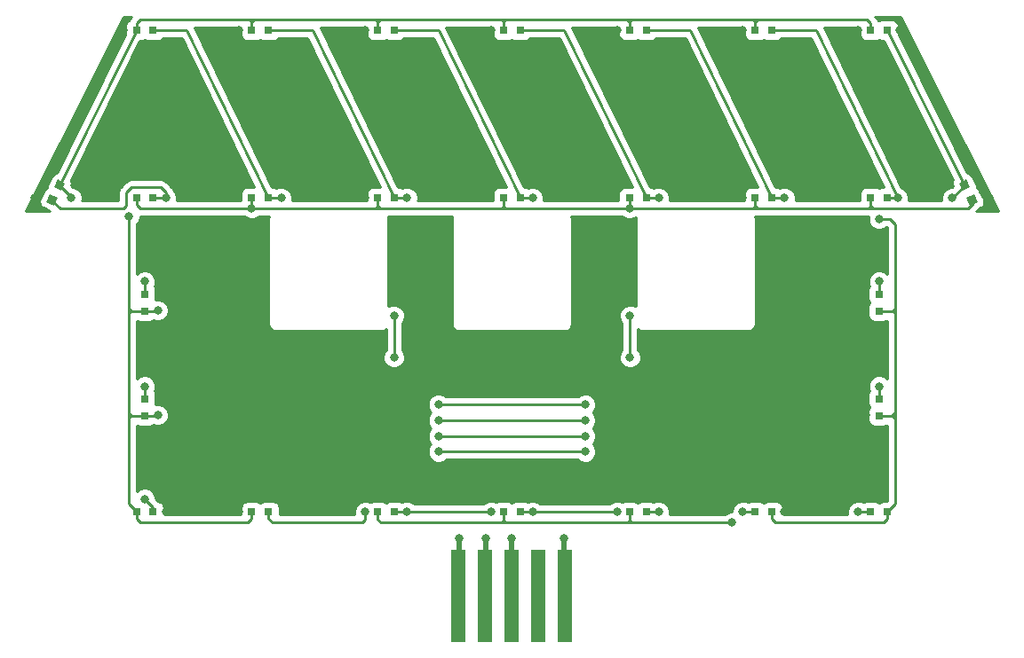
<source format=gtl>
G04 #@! TF.GenerationSoftware,KiCad,Pcbnew,(5.0.2)-1*
G04 #@! TF.CreationDate,2020-02-29T00:21:09+09:00*
G04 #@! TF.ProjectId,House,486f7573-652e-46b6-9963-61645f706362,rev?*
G04 #@! TF.SameCoordinates,Original*
G04 #@! TF.FileFunction,Copper,L1,Top*
G04 #@! TF.FilePolarity,Positive*
%FSLAX46Y46*%
G04 Gerber Fmt 4.6, Leading zero omitted, Abs format (unit mm)*
G04 Created by KiCad (PCBNEW (5.0.2)-1) date 2020/02/29 0:21:09*
%MOMM*%
%LPD*%
G01*
G04 APERTURE LIST*
G04 #@! TA.AperFunction,SMDPad,CuDef*
%ADD10R,0.800000X0.800000*%
G04 #@! TD*
G04 #@! TA.AperFunction,SMDPad,CuDef*
%ADD11C,0.800000*%
G04 #@! TD*
G04 #@! TA.AperFunction,Conductor*
%ADD12C,0.100000*%
G04 #@! TD*
G04 #@! TA.AperFunction,ConnectorPad*
%ADD13R,1.470000X8.890000*%
G04 #@! TD*
G04 #@! TA.AperFunction,ViaPad*
%ADD14C,0.800000*%
G04 #@! TD*
G04 #@! TA.AperFunction,Conductor*
%ADD15C,0.500000*%
G04 #@! TD*
G04 #@! TA.AperFunction,Conductor*
%ADD16C,0.250000*%
G04 #@! TD*
G04 #@! TA.AperFunction,Conductor*
%ADD17C,0.254000*%
G04 #@! TD*
G04 APERTURE END LIST*
D10*
G04 #@! TO.P,D13,1*
G04 #@! TO.N,Net-(D1-Pad1)*
X172300000Y-98000000D03*
G04 #@! TO.P,D13,2*
G04 #@! TO.N,Net-(D13-Pad2)*
X170700000Y-98000000D03*
G04 #@! TD*
G04 #@! TO.P,D14,2*
G04 #@! TO.N,Net-(D14-Pad2)*
X181700000Y-98000000D03*
G04 #@! TO.P,D14,1*
G04 #@! TO.N,Net-(D1-Pad1)*
X183300000Y-98000000D03*
G04 #@! TD*
G04 #@! TO.P,D15,1*
G04 #@! TO.N,Net-(D1-Pad1)*
X182500000Y-88800000D03*
G04 #@! TO.P,D15,2*
G04 #@! TO.N,Net-(D15-Pad2)*
X182500000Y-87200000D03*
G04 #@! TD*
G04 #@! TO.P,D16,2*
G04 #@! TO.N,Net-(D16-Pad2)*
X182500000Y-77200000D03*
G04 #@! TO.P,D16,1*
G04 #@! TO.N,Net-(D1-Pad1)*
X182500000Y-78800000D03*
G04 #@! TD*
G04 #@! TO.P,D17,2*
G04 #@! TO.N,Net-(D1-Pad2)*
X113300000Y-68000000D03*
G04 #@! TO.P,D17,1*
G04 #@! TO.N,Net-(D17-Pad1)*
X111700000Y-68000000D03*
G04 #@! TD*
G04 #@! TO.P,D18,1*
G04 #@! TO.N,Net-(D17-Pad1)*
X122700000Y-68000000D03*
G04 #@! TO.P,D18,2*
G04 #@! TO.N,Net-(D18-Pad2)*
X124300000Y-68000000D03*
G04 #@! TD*
G04 #@! TO.P,D19,2*
G04 #@! TO.N,Net-(D19-Pad2)*
X136300000Y-68000000D03*
G04 #@! TO.P,D19,1*
G04 #@! TO.N,Net-(D17-Pad1)*
X134700000Y-68000000D03*
G04 #@! TD*
G04 #@! TO.P,D20,1*
G04 #@! TO.N,Net-(D17-Pad1)*
X146700000Y-68000000D03*
G04 #@! TO.P,D20,2*
G04 #@! TO.N,Net-(D20-Pad2)*
X148300000Y-68000000D03*
G04 #@! TD*
G04 #@! TO.P,D21,2*
G04 #@! TO.N,Net-(D21-Pad2)*
X160300000Y-68000000D03*
G04 #@! TO.P,D21,1*
G04 #@! TO.N,Net-(D17-Pad1)*
X158700000Y-68000000D03*
G04 #@! TD*
G04 #@! TO.P,D22,1*
G04 #@! TO.N,Net-(D17-Pad1)*
X170700000Y-68000000D03*
G04 #@! TO.P,D22,2*
G04 #@! TO.N,Net-(D22-Pad2)*
X172300000Y-68000000D03*
G04 #@! TD*
G04 #@! TO.P,D23,2*
G04 #@! TO.N,Net-(D23-Pad2)*
X183300000Y-68000000D03*
G04 #@! TO.P,D23,1*
G04 #@! TO.N,Net-(D17-Pad1)*
X181700000Y-68000000D03*
G04 #@! TD*
D11*
G04 #@! TO.P,D24,1*
G04 #@! TO.N,Net-(D17-Pad1)*
X191358207Y-68215323D03*
D12*
G04 #@! TD*
G04 #@! TO.N,Net-(D17-Pad1)*
G04 #@! TO.C,D24*
G36*
X191894972Y-68393881D02*
X191179649Y-68752088D01*
X190821442Y-68036765D01*
X191536765Y-67678558D01*
X191894972Y-68393881D01*
X191894972Y-68393881D01*
G37*
D11*
G04 #@! TO.P,D24,2*
G04 #@! TO.N,Net-(D24-Pad2)*
X190641793Y-66784677D03*
D12*
G04 #@! TD*
G04 #@! TO.N,Net-(D24-Pad2)*
G04 #@! TO.C,D24*
G36*
X191178558Y-66963235D02*
X190463235Y-67321442D01*
X190105028Y-66606119D01*
X190820351Y-66247912D01*
X191178558Y-66963235D01*
X191178558Y-66963235D01*
G37*
D10*
G04 #@! TO.P,D25,2*
G04 #@! TO.N,Net-(D25-Pad2)*
X136300000Y-98000000D03*
G04 #@! TO.P,D25,1*
G04 #@! TO.N,Net-(D17-Pad1)*
X134700000Y-98000000D03*
G04 #@! TD*
G04 #@! TO.P,D26,1*
G04 #@! TO.N,Net-(D17-Pad1)*
X146700000Y-98000000D03*
G04 #@! TO.P,D26,2*
G04 #@! TO.N,Net-(D10-Pad2)*
X148300000Y-98000000D03*
G04 #@! TD*
G04 #@! TO.P,D27,1*
G04 #@! TO.N,Net-(D17-Pad1)*
X158700000Y-98000000D03*
G04 #@! TO.P,D27,2*
G04 #@! TO.N,Net-(D11-Pad2)*
X160300000Y-98000000D03*
G04 #@! TD*
D11*
G04 #@! TO.P,D1,1*
G04 #@! TO.N,Net-(D1-Pad1)*
X104358207Y-66784677D03*
D12*
G04 #@! TD*
G04 #@! TO.N,Net-(D1-Pad1)*
G04 #@! TO.C,D1*
G36*
X104179649Y-66247912D02*
X104894972Y-66606119D01*
X104536765Y-67321442D01*
X103821442Y-66963235D01*
X104179649Y-66247912D01*
X104179649Y-66247912D01*
G37*
D11*
G04 #@! TO.P,D1,2*
G04 #@! TO.N,Net-(D1-Pad2)*
X103641793Y-68215323D03*
D12*
G04 #@! TD*
G04 #@! TO.N,Net-(D1-Pad2)*
G04 #@! TO.C,D1*
G36*
X103463235Y-67678558D02*
X104178558Y-68036765D01*
X103820351Y-68752088D01*
X103105028Y-68393881D01*
X103463235Y-67678558D01*
X103463235Y-67678558D01*
G37*
D10*
G04 #@! TO.P,D2,1*
G04 #@! TO.N,Net-(D1-Pad1)*
X111700000Y-52000000D03*
G04 #@! TO.P,D2,2*
G04 #@! TO.N,Net-(D18-Pad2)*
X113300000Y-52000000D03*
G04 #@! TD*
G04 #@! TO.P,D3,1*
G04 #@! TO.N,Net-(D1-Pad1)*
X122700000Y-52000000D03*
G04 #@! TO.P,D3,2*
G04 #@! TO.N,Net-(D19-Pad2)*
X124300000Y-52000000D03*
G04 #@! TD*
G04 #@! TO.P,D4,1*
G04 #@! TO.N,Net-(D1-Pad1)*
X134700000Y-52000000D03*
G04 #@! TO.P,D4,2*
G04 #@! TO.N,Net-(D20-Pad2)*
X136300000Y-52000000D03*
G04 #@! TD*
G04 #@! TO.P,D5,2*
G04 #@! TO.N,Net-(D21-Pad2)*
X148300000Y-52000000D03*
G04 #@! TO.P,D5,1*
G04 #@! TO.N,Net-(D1-Pad1)*
X146700000Y-52000000D03*
G04 #@! TD*
G04 #@! TO.P,D6,2*
G04 #@! TO.N,Net-(D22-Pad2)*
X160300000Y-52000000D03*
G04 #@! TO.P,D6,1*
G04 #@! TO.N,Net-(D1-Pad1)*
X158700000Y-52000000D03*
G04 #@! TD*
G04 #@! TO.P,D7,1*
G04 #@! TO.N,Net-(D1-Pad1)*
X170700000Y-52000000D03*
G04 #@! TO.P,D7,2*
G04 #@! TO.N,Net-(D23-Pad2)*
X172300000Y-52000000D03*
G04 #@! TD*
G04 #@! TO.P,D8,1*
G04 #@! TO.N,Net-(D1-Pad1)*
X181700000Y-52000000D03*
G04 #@! TO.P,D8,2*
G04 #@! TO.N,Net-(D24-Pad2)*
X183300000Y-52000000D03*
G04 #@! TD*
G04 #@! TO.P,D9,2*
G04 #@! TO.N,Net-(D25-Pad2)*
X112500000Y-77200000D03*
G04 #@! TO.P,D9,1*
G04 #@! TO.N,Net-(D1-Pad1)*
X112500000Y-78800000D03*
G04 #@! TD*
G04 #@! TO.P,D10,2*
G04 #@! TO.N,Net-(D10-Pad2)*
X112500000Y-87200000D03*
G04 #@! TO.P,D10,1*
G04 #@! TO.N,Net-(D1-Pad1)*
X112500000Y-88800000D03*
G04 #@! TD*
G04 #@! TO.P,D11,1*
G04 #@! TO.N,Net-(D1-Pad1)*
X111700000Y-98000000D03*
G04 #@! TO.P,D11,2*
G04 #@! TO.N,Net-(D11-Pad2)*
X113300000Y-98000000D03*
G04 #@! TD*
G04 #@! TO.P,D12,1*
G04 #@! TO.N,Net-(D1-Pad1)*
X122700000Y-98000000D03*
G04 #@! TO.P,D12,2*
G04 #@! TO.N,Net-(D12-Pad2)*
X124300000Y-98000000D03*
G04 #@! TD*
D13*
G04 #@! TO.P,J1,1*
G04 #@! TO.N,+5V*
X142420000Y-106000000D03*
G04 #@! TO.P,J1,2*
G04 #@! TO.N,SDA*
X144960000Y-106000000D03*
G04 #@! TO.P,J1,3*
G04 #@! TO.N,SCL*
X147500000Y-106000000D03*
G04 #@! TO.P,J1,4*
G04 #@! TO.N,Net-(J1-Pad4)*
X150040000Y-106000000D03*
G04 #@! TO.P,J1,5*
G04 #@! TO.N,GND*
X152580000Y-106000000D03*
G04 #@! TD*
D14*
G04 #@! TO.N,+5V*
X142500000Y-100500000D03*
G04 #@! TO.N,GND*
X187000000Y-65000000D03*
X187000000Y-68000000D03*
X173500000Y-88500000D03*
X121500000Y-88500000D03*
X121500000Y-79500000D03*
X121500000Y-70500000D03*
X173500000Y-70500000D03*
X173500000Y-79500000D03*
X102000000Y-68000000D03*
X193000000Y-68000000D03*
X173500000Y-98000000D03*
X121500000Y-98000000D03*
X114500000Y-98000000D03*
X181250000Y-88750000D03*
X182500000Y-96500000D03*
X152500000Y-100500000D03*
X121500000Y-52000000D03*
X145500000Y-52000000D03*
X169500000Y-52000000D03*
X180500000Y-52000000D03*
X157500000Y-52000000D03*
X133500000Y-52000000D03*
X184500000Y-52000000D03*
X110500000Y-52000000D03*
X137500000Y-95000000D03*
X137500000Y-85250000D03*
X157500000Y-85250000D03*
X157500000Y-95000000D03*
X154500000Y-70500000D03*
X140500000Y-70500000D03*
X169500000Y-68000000D03*
X133500000Y-68000000D03*
X108000000Y-68000000D03*
X108000000Y-65000000D03*
G04 #@! TO.N,Net-(D1-Pad1)*
X111000000Y-69750000D03*
X182500000Y-70000000D03*
X113750000Y-88750000D03*
X113750000Y-78750000D03*
X105500000Y-68000000D03*
G04 #@! TO.N,Net-(D1-Pad2)*
X114500000Y-68000000D03*
G04 #@! TO.N,Net-(D10-Pad2)*
X112500000Y-86000000D03*
X154500000Y-90750000D03*
X157500000Y-98000000D03*
X140500000Y-90750000D03*
X149500000Y-98000000D03*
G04 #@! TO.N,Net-(D11-Pad2)*
X161500000Y-98000000D03*
X112500000Y-96750000D03*
X154500000Y-92250000D03*
X140500000Y-92250000D03*
G04 #@! TO.N,SCL*
X147500000Y-100500000D03*
G04 #@! TO.N,SDA*
X145000000Y-100500000D03*
G04 #@! TO.N,Net-(D18-Pad2)*
X125500000Y-68000000D03*
G04 #@! TO.N,Net-(D19-Pad2)*
X137500000Y-68000000D03*
X136250000Y-79250000D03*
X136250000Y-83250000D03*
G04 #@! TO.N,Net-(D20-Pad2)*
X149500000Y-68000000D03*
G04 #@! TO.N,Net-(D21-Pad2)*
X161500000Y-68000000D03*
G04 #@! TO.N,Net-(D22-Pad2)*
X173500000Y-68000000D03*
G04 #@! TO.N,Net-(D23-Pad2)*
X184300000Y-68000000D03*
G04 #@! TO.N,Net-(D24-Pad2)*
X189500000Y-68000000D03*
G04 #@! TO.N,Net-(D25-Pad2)*
X112500000Y-76000000D03*
X145500000Y-98000000D03*
X154500000Y-89250000D03*
X140500000Y-89250000D03*
X137500000Y-98000000D03*
G04 #@! TO.N,Net-(D13-Pad2)*
X169500000Y-98000000D03*
G04 #@! TO.N,Net-(D14-Pad2)*
X180500000Y-98000000D03*
G04 #@! TO.N,Net-(D15-Pad2)*
X182500000Y-86000000D03*
G04 #@! TO.N,Net-(D16-Pad2)*
X182500000Y-76000000D03*
G04 #@! TO.N,Net-(D17-Pad1)*
X158750000Y-79250000D03*
X168500000Y-99000000D03*
X158750000Y-83250000D03*
X158700000Y-69000000D03*
X122700000Y-69000000D03*
G04 #@! TO.N,Net-(D12-Pad2)*
X133500000Y-98000000D03*
X154500000Y-87750000D03*
X140500000Y-87750000D03*
G04 #@! TD*
D15*
G04 #@! TO.N,+5V*
X142500000Y-105920000D02*
X142420000Y-106000000D01*
X142500000Y-100500000D02*
X142500000Y-105920000D01*
G04 #@! TO.N,GND*
X152500000Y-105920000D02*
X152580000Y-106000000D01*
X152500000Y-100500000D02*
X152500000Y-105920000D01*
D16*
G04 #@! TO.N,Net-(D1-Pad1)*
X104358207Y-66784677D02*
X111700000Y-52000000D01*
X111700000Y-51350000D02*
X111700000Y-52000000D01*
X112050000Y-51000000D02*
X111700000Y-51350000D01*
X181700000Y-51350000D02*
X181350000Y-51000000D01*
X181700000Y-52000000D02*
X181700000Y-51350000D01*
X122700000Y-51200000D02*
X122700000Y-52000000D01*
X122500000Y-51000000D02*
X122700000Y-51200000D01*
X122900000Y-51000000D02*
X122700000Y-51200000D01*
X123000000Y-51000000D02*
X122900000Y-51000000D01*
X123000000Y-51000000D02*
X122500000Y-51000000D01*
X134700000Y-51200000D02*
X134700000Y-52000000D01*
X134500000Y-51000000D02*
X134700000Y-51200000D01*
X134900000Y-51000000D02*
X134700000Y-51200000D01*
X135000000Y-51000000D02*
X134900000Y-51000000D01*
X135000000Y-51000000D02*
X134500000Y-51000000D01*
X146700000Y-51200000D02*
X146700000Y-52000000D01*
X146500000Y-51000000D02*
X146700000Y-51200000D01*
X146900000Y-51000000D02*
X146700000Y-51200000D01*
X147000000Y-51000000D02*
X146900000Y-51000000D01*
X147000000Y-51000000D02*
X146500000Y-51000000D01*
X158700000Y-51200000D02*
X158700000Y-52000000D01*
X158500000Y-51000000D02*
X158700000Y-51200000D01*
X158900000Y-51000000D02*
X158700000Y-51200000D01*
X159000000Y-51000000D02*
X158900000Y-51000000D01*
X159000000Y-51000000D02*
X158500000Y-51000000D01*
X170700000Y-51200000D02*
X170700000Y-52000000D01*
X170500000Y-51000000D02*
X170700000Y-51200000D01*
X170900000Y-51000000D02*
X170700000Y-51200000D01*
X171000000Y-51000000D02*
X170900000Y-51000000D01*
X171000000Y-51000000D02*
X170500000Y-51000000D01*
X122700000Y-98650000D02*
X122350000Y-99000000D01*
X122700000Y-98000000D02*
X122700000Y-98650000D01*
X111700000Y-98650000D02*
X111700000Y-98000000D01*
X112050000Y-99000000D02*
X111700000Y-98650000D01*
X122350000Y-99000000D02*
X112050000Y-99000000D01*
X112500000Y-78800000D02*
X111200000Y-78800000D01*
X111200000Y-78800000D02*
X111000000Y-79000000D01*
X111000000Y-79000000D02*
X111000000Y-88500000D01*
X111300000Y-88800000D02*
X112500000Y-88800000D01*
X111300000Y-88800000D02*
X111200000Y-88800000D01*
X111000000Y-88500000D02*
X111000000Y-89000000D01*
X111200000Y-88800000D02*
X111000000Y-89000000D01*
X111000000Y-88600000D02*
X111200000Y-88800000D01*
X111000000Y-88500000D02*
X111000000Y-88600000D01*
X111000000Y-78600000D02*
X111200000Y-78800000D01*
X111000000Y-78500000D02*
X111000000Y-78600000D01*
X111000000Y-78500000D02*
X111000000Y-70500000D01*
X111000000Y-79000000D02*
X111000000Y-78500000D01*
X112500000Y-88800000D02*
X113700000Y-88800000D01*
X113700000Y-88800000D02*
X113750000Y-88750000D01*
X112500000Y-78800000D02*
X113700000Y-78800000D01*
X113700000Y-78800000D02*
X113750000Y-78750000D01*
X122500000Y-51000000D02*
X112050000Y-51000000D01*
X134500000Y-51000000D02*
X123000000Y-51000000D01*
X146500000Y-51000000D02*
X135000000Y-51000000D01*
X158500000Y-51000000D02*
X147000000Y-51000000D01*
X170500000Y-51000000D02*
X159000000Y-51000000D01*
X181350000Y-51000000D02*
X171000000Y-51000000D01*
X111700000Y-98000000D02*
X111700000Y-97950000D01*
X111700000Y-97950000D02*
X111000000Y-97250000D01*
X111000000Y-89000000D02*
X111000000Y-97250000D01*
X182950000Y-99000000D02*
X183300000Y-98650000D01*
X172300000Y-98650000D02*
X172650000Y-99000000D01*
X172650000Y-99000000D02*
X182950000Y-99000000D01*
X183300000Y-98650000D02*
X183300000Y-98000000D01*
X172300000Y-98000000D02*
X172300000Y-98650000D01*
X184000000Y-89100000D02*
X183700000Y-88800000D01*
X184000000Y-89100000D02*
X184000000Y-88500000D01*
X184000000Y-88500000D02*
X183700000Y-88800000D01*
X183700000Y-88800000D02*
X182500000Y-88800000D01*
X182500000Y-78800000D02*
X183800000Y-78800000D01*
X183800000Y-78800000D02*
X184000000Y-79000000D01*
X184000000Y-78600000D02*
X183800000Y-78800000D01*
X184000000Y-78500000D02*
X184000000Y-78600000D01*
X184000000Y-79000000D02*
X184000000Y-78500000D01*
X184000000Y-70500000D02*
X184000000Y-71500000D01*
X182500000Y-70000000D02*
X183500000Y-70000000D01*
X183500000Y-70000000D02*
X184000000Y-70500000D01*
X184000000Y-78500000D02*
X184000000Y-71500000D01*
X184000000Y-79000000D02*
X184000000Y-88500000D01*
X184000000Y-97000000D02*
X184000000Y-97250000D01*
X184000000Y-89100000D02*
X184000000Y-97000000D01*
X183300000Y-98000000D02*
X183300000Y-97950000D01*
X183300000Y-97950000D02*
X184000000Y-97250000D01*
X111000000Y-70500000D02*
X111000000Y-69750000D01*
X105500000Y-68000000D02*
X105500000Y-67926470D01*
X105500000Y-67926470D02*
X104358207Y-66784677D01*
G04 #@! TO.N,Net-(D1-Pad2)*
X113300000Y-68000000D02*
X114500000Y-68000000D01*
X103641793Y-68215323D02*
X104426470Y-69000000D01*
X110500000Y-69000000D02*
X110750000Y-68750000D01*
X110750000Y-68750000D02*
X110750000Y-67500000D01*
X104426470Y-69000000D02*
X110500000Y-69000000D01*
X110750000Y-67500000D02*
X111250000Y-67000000D01*
X111250000Y-67000000D02*
X112800000Y-67000000D01*
X112800000Y-67000000D02*
X114000000Y-67000000D01*
X114000000Y-67000000D02*
X114500000Y-67500000D01*
X114500000Y-67500000D02*
X114500000Y-68000000D01*
G04 #@! TO.N,Net-(D10-Pad2)*
X112500000Y-87200000D02*
X112500000Y-86000000D01*
X154500000Y-98000000D02*
X157500000Y-98000000D01*
X154500000Y-90750000D02*
X140500000Y-90750000D01*
X149750000Y-98000000D02*
X154500000Y-98000000D01*
X148300000Y-98000000D02*
X149750000Y-98000000D01*
G04 #@! TO.N,Net-(D11-Pad2)*
X160300000Y-98000000D02*
X161500000Y-98000000D01*
X113300000Y-98000000D02*
X113300000Y-97550000D01*
X113300000Y-97550000D02*
X112500000Y-96750000D01*
X154500000Y-92250000D02*
X140500000Y-92250000D01*
D15*
G04 #@! TO.N,SCL*
X147500000Y-100500000D02*
X147500000Y-106000000D01*
G04 #@! TO.N,SDA*
X145000000Y-105960000D02*
X144960000Y-106000000D01*
X145000000Y-100500000D02*
X145000000Y-105960000D01*
D16*
G04 #@! TO.N,Net-(D18-Pad2)*
X124300000Y-68000000D02*
X116500000Y-52000000D01*
X116500000Y-52000000D02*
X113300000Y-52000000D01*
X124300000Y-68000000D02*
X125500000Y-68000000D01*
G04 #@! TO.N,Net-(D19-Pad2)*
X136300000Y-68000000D02*
X128500000Y-52000000D01*
X128500000Y-52000000D02*
X124300000Y-52000000D01*
X136300000Y-68000000D02*
X137500000Y-68000000D01*
X136250000Y-79250000D02*
X136250000Y-82225000D01*
X136250000Y-82225000D02*
X136250000Y-83250000D01*
G04 #@! TO.N,Net-(D20-Pad2)*
X148300000Y-68000000D02*
X140500000Y-52000000D01*
X140500000Y-52000000D02*
X136300000Y-52000000D01*
X148300000Y-68000000D02*
X149500000Y-68000000D01*
G04 #@! TO.N,Net-(D21-Pad2)*
X160300000Y-68000000D02*
X152500000Y-52000000D01*
X152500000Y-52000000D02*
X148300000Y-52000000D01*
X160300000Y-68000000D02*
X161500000Y-68000000D01*
G04 #@! TO.N,Net-(D22-Pad2)*
X164500000Y-52000000D02*
X172300000Y-68000000D01*
X164500000Y-52000000D02*
X160300000Y-52000000D01*
X172300000Y-68000000D02*
X173500000Y-68000000D01*
G04 #@! TO.N,Net-(D23-Pad2)*
X176500000Y-52000000D02*
X184300000Y-68000000D01*
X172300000Y-52000000D02*
X176500000Y-52000000D01*
X184300000Y-68000000D02*
X183300000Y-68000000D01*
G04 #@! TO.N,Net-(D24-Pad2)*
X183300000Y-52000000D02*
X190641793Y-66784677D01*
X190641793Y-66858207D02*
X189500000Y-68000000D01*
X190641793Y-66784677D02*
X190641793Y-66858207D01*
G04 #@! TO.N,Net-(D25-Pad2)*
X112500000Y-77200000D02*
X112500000Y-76000000D01*
X136300000Y-98000000D02*
X137500000Y-98000000D01*
X138250000Y-98000000D02*
X137500000Y-98000000D01*
X154500000Y-89250000D02*
X140500000Y-89250000D01*
X138250000Y-98000000D02*
X145500000Y-98000000D01*
G04 #@! TO.N,Net-(D13-Pad2)*
X170700000Y-98000000D02*
X169500000Y-98000000D01*
G04 #@! TO.N,Net-(D14-Pad2)*
X180500000Y-98000000D02*
X181700000Y-98000000D01*
G04 #@! TO.N,Net-(D15-Pad2)*
X182500000Y-86000000D02*
X182500000Y-87200000D01*
G04 #@! TO.N,Net-(D16-Pad2)*
X182500000Y-76000000D02*
X182500000Y-77200000D01*
G04 #@! TO.N,Net-(D17-Pad1)*
X111700000Y-68650000D02*
X111700000Y-68000000D01*
X112050000Y-69000000D02*
X111700000Y-68650000D01*
X122700000Y-68800000D02*
X122500000Y-69000000D01*
X122700000Y-68000000D02*
X122700000Y-68800000D01*
X122500000Y-69000000D02*
X112050000Y-69000000D01*
X134700000Y-68800000D02*
X134500000Y-69000000D01*
X134700000Y-68000000D02*
X134700000Y-68800000D01*
X134500000Y-69000000D02*
X123400000Y-69000000D01*
X134900000Y-69000000D02*
X134700000Y-68800000D01*
X135000000Y-69000000D02*
X134900000Y-69000000D01*
X135000000Y-69000000D02*
X134500000Y-69000000D01*
X146700000Y-68800000D02*
X146500000Y-69000000D01*
X146700000Y-68000000D02*
X146700000Y-68800000D01*
X146900000Y-69000000D02*
X146700000Y-68800000D01*
X147000000Y-69000000D02*
X146900000Y-69000000D01*
X147000000Y-69000000D02*
X146500000Y-69000000D01*
X158700000Y-68800000D02*
X158700000Y-68000000D01*
X158500000Y-69000000D02*
X158700000Y-68800000D01*
X158500000Y-69000000D02*
X147000000Y-69000000D01*
X158900000Y-69000000D02*
X158700000Y-68800000D01*
X159000000Y-69000000D02*
X158900000Y-69000000D01*
X170700000Y-68800000D02*
X170700000Y-68000000D01*
X170500000Y-69000000D02*
X170700000Y-68800000D01*
X170500000Y-69000000D02*
X159000000Y-69000000D01*
X170900000Y-69000000D02*
X170700000Y-68800000D01*
X171000000Y-69000000D02*
X170500000Y-69000000D01*
X190500000Y-69000000D02*
X190573530Y-69000000D01*
X190500000Y-69000000D02*
X191000000Y-69000000D01*
X191000000Y-69000000D02*
X191500000Y-68500000D01*
X191358207Y-68358207D02*
X191358207Y-68215323D01*
X191500000Y-68500000D02*
X191358207Y-68358207D01*
X181700000Y-68800000D02*
X181700000Y-68000000D01*
X181500000Y-69000000D02*
X181700000Y-68800000D01*
X181350000Y-69000000D02*
X181500000Y-69000000D01*
X181900000Y-69000000D02*
X181700000Y-68800000D01*
X182000000Y-69000000D02*
X181900000Y-69000000D01*
X181500000Y-69000000D02*
X182000000Y-69000000D01*
X146500000Y-69000000D02*
X142000000Y-69000000D01*
X142000000Y-69000000D02*
X141750000Y-69000000D01*
X138750000Y-69000000D02*
X135000000Y-69000000D01*
X141500000Y-69000000D02*
X138750000Y-69000000D01*
X141750000Y-69000000D02*
X141500000Y-69000000D01*
X141500000Y-69000000D02*
X141275000Y-69000000D01*
X123000000Y-69000000D02*
X122750000Y-69000000D01*
X182250000Y-69000000D02*
X182500000Y-69000000D01*
X182000000Y-69000000D02*
X182250000Y-69000000D01*
X182750000Y-69000000D02*
X190500000Y-69000000D01*
X182500000Y-69000000D02*
X182750000Y-69000000D01*
X180800000Y-69000000D02*
X171000000Y-69000000D01*
X181000000Y-69000000D02*
X180800000Y-69000000D01*
X181200000Y-69000000D02*
X181000000Y-69000000D01*
X181350000Y-69000000D02*
X181200000Y-69000000D01*
X171000000Y-69000000D02*
X170900000Y-69000000D01*
X123000000Y-69000000D02*
X122900000Y-69000000D01*
X158750000Y-79250000D02*
X158750000Y-83250000D01*
X159000000Y-69000000D02*
X158700000Y-69000000D01*
X158700000Y-69000000D02*
X158500000Y-69000000D01*
X158500000Y-99000000D02*
X159000000Y-99000000D01*
X158900000Y-99000000D02*
X158700000Y-98800000D01*
X159000000Y-99000000D02*
X158900000Y-99000000D01*
X158500000Y-99000000D02*
X158700000Y-98800000D01*
X158700000Y-98800000D02*
X158700000Y-98000000D01*
X146900000Y-99000000D02*
X146700000Y-98800000D01*
X146500000Y-99000000D02*
X147000000Y-99000000D01*
X146700000Y-98800000D02*
X146500000Y-99000000D01*
X147000000Y-99000000D02*
X146900000Y-99000000D01*
X146700000Y-98000000D02*
X146700000Y-98800000D01*
X134700000Y-98700000D02*
X135000000Y-99000000D01*
X134700000Y-98000000D02*
X134700000Y-98700000D01*
X135000000Y-99000000D02*
X146500000Y-99000000D01*
X159000000Y-99000000D02*
X168500000Y-99000000D01*
X147000000Y-99000000D02*
X158500000Y-99000000D01*
X122900000Y-69000000D02*
X122700000Y-68800000D01*
X122750000Y-69000000D02*
X122500000Y-69000000D01*
X123400000Y-69000000D02*
X123000000Y-69000000D01*
G04 #@! TO.N,Net-(D12-Pad2)*
X154500000Y-87750000D02*
X140500000Y-87750000D01*
X133500000Y-98700000D02*
X133500000Y-98000000D01*
X133200000Y-99000000D02*
X133500000Y-98700000D01*
X124650000Y-99000000D02*
X133200000Y-99000000D01*
X124300000Y-98000000D02*
X124300000Y-98650000D01*
X124300000Y-98650000D02*
X124650000Y-99000000D01*
G04 #@! TD*
D17*
G04 #@! TO.N,GND*
G36*
X122113720Y-69877431D02*
X122494126Y-70035000D01*
X122905874Y-70035000D01*
X123286280Y-69877431D01*
X123403711Y-69760000D01*
X124323830Y-69760000D01*
X124276091Y-70000000D01*
X124290001Y-70069931D01*
X124290000Y-79930074D01*
X124276091Y-80000000D01*
X124331195Y-80277028D01*
X124488119Y-80511881D01*
X124722972Y-80668805D01*
X125000000Y-80723909D01*
X125069925Y-80710000D01*
X134930075Y-80710000D01*
X135000000Y-80723909D01*
X135277028Y-80668805D01*
X135490000Y-80526501D01*
X135490001Y-82150144D01*
X135490000Y-82150149D01*
X135490000Y-82546289D01*
X135372569Y-82663720D01*
X135215000Y-83044126D01*
X135215000Y-83455874D01*
X135372569Y-83836280D01*
X135663720Y-84127431D01*
X136044126Y-84285000D01*
X136455874Y-84285000D01*
X136836280Y-84127431D01*
X137127431Y-83836280D01*
X137285000Y-83455874D01*
X137285000Y-83044126D01*
X137127431Y-82663720D01*
X137010000Y-82546289D01*
X137010000Y-79953711D01*
X137127431Y-79836280D01*
X137285000Y-79455874D01*
X137285000Y-79044126D01*
X137127431Y-78663720D01*
X136836280Y-78372569D01*
X136455874Y-78215000D01*
X136044126Y-78215000D01*
X135710000Y-78353399D01*
X135710000Y-70069926D01*
X135723909Y-70000000D01*
X135676170Y-69760000D01*
X141823830Y-69760000D01*
X141776091Y-70000000D01*
X141790001Y-70069931D01*
X141790000Y-79930074D01*
X141776091Y-80000000D01*
X141831195Y-80277028D01*
X141988119Y-80511881D01*
X142222972Y-80668805D01*
X142500000Y-80723909D01*
X142569925Y-80710000D01*
X152430075Y-80710000D01*
X152500000Y-80723909D01*
X152777028Y-80668805D01*
X153011881Y-80511881D01*
X153168805Y-80277028D01*
X153210000Y-80069926D01*
X153210000Y-80069925D01*
X153223909Y-80000000D01*
X153210000Y-79930074D01*
X153210000Y-70069926D01*
X153223909Y-70000000D01*
X153176170Y-69760000D01*
X157996289Y-69760000D01*
X158113720Y-69877431D01*
X158494126Y-70035000D01*
X158905874Y-70035000D01*
X159286280Y-69877431D01*
X159303995Y-69859716D01*
X159276091Y-70000000D01*
X159290001Y-70069931D01*
X159290000Y-78353399D01*
X158955874Y-78215000D01*
X158544126Y-78215000D01*
X158163720Y-78372569D01*
X157872569Y-78663720D01*
X157715000Y-79044126D01*
X157715000Y-79455874D01*
X157872569Y-79836280D01*
X157990000Y-79953711D01*
X157990001Y-82546288D01*
X157872569Y-82663720D01*
X157715000Y-83044126D01*
X157715000Y-83455874D01*
X157872569Y-83836280D01*
X158163720Y-84127431D01*
X158544126Y-84285000D01*
X158955874Y-84285000D01*
X159336280Y-84127431D01*
X159627431Y-83836280D01*
X159785000Y-83455874D01*
X159785000Y-83044126D01*
X159627431Y-82663720D01*
X159510000Y-82546289D01*
X159510000Y-80526501D01*
X159722972Y-80668805D01*
X160000000Y-80723909D01*
X160069925Y-80710000D01*
X169930075Y-80710000D01*
X170000000Y-80723909D01*
X170277028Y-80668805D01*
X170511881Y-80511881D01*
X170668805Y-80277028D01*
X170710000Y-80069926D01*
X170710000Y-80069925D01*
X170723909Y-80000000D01*
X170710000Y-79930074D01*
X170710000Y-70069926D01*
X170723909Y-70000000D01*
X170676170Y-69760000D01*
X170825152Y-69760000D01*
X170900000Y-69774888D01*
X170974848Y-69760000D01*
X181425153Y-69760000D01*
X181475026Y-69769920D01*
X181465000Y-69794126D01*
X181465000Y-70205874D01*
X181622569Y-70586280D01*
X181913720Y-70877431D01*
X182294126Y-71035000D01*
X182705874Y-71035000D01*
X183086280Y-70877431D01*
X183194455Y-70769256D01*
X183240000Y-70814802D01*
X183240001Y-71425148D01*
X183240000Y-75276289D01*
X183086280Y-75122569D01*
X182705874Y-74965000D01*
X182294126Y-74965000D01*
X181913720Y-75122569D01*
X181622569Y-75413720D01*
X181465000Y-75794126D01*
X181465000Y-76205874D01*
X181567664Y-76453728D01*
X181501843Y-76552235D01*
X181452560Y-76800000D01*
X181452560Y-77600000D01*
X181501843Y-77847765D01*
X181603564Y-78000000D01*
X181501843Y-78152235D01*
X181452560Y-78400000D01*
X181452560Y-79200000D01*
X181501843Y-79447765D01*
X181642191Y-79657809D01*
X181852235Y-79798157D01*
X182100000Y-79847440D01*
X182900000Y-79847440D01*
X183147765Y-79798157D01*
X183240000Y-79736527D01*
X183240001Y-85276290D01*
X183086280Y-85122569D01*
X182705874Y-84965000D01*
X182294126Y-84965000D01*
X181913720Y-85122569D01*
X181622569Y-85413720D01*
X181465000Y-85794126D01*
X181465000Y-86205874D01*
X181567664Y-86453728D01*
X181501843Y-86552235D01*
X181452560Y-86800000D01*
X181452560Y-87600000D01*
X181501843Y-87847765D01*
X181603564Y-88000000D01*
X181501843Y-88152235D01*
X181452560Y-88400000D01*
X181452560Y-89200000D01*
X181501843Y-89447765D01*
X181642191Y-89657809D01*
X181852235Y-89798157D01*
X182100000Y-89847440D01*
X182900000Y-89847440D01*
X183147765Y-89798157D01*
X183240000Y-89736527D01*
X183240001Y-96925144D01*
X183240000Y-96925149D01*
X183240000Y-96935198D01*
X183222638Y-96952560D01*
X182900000Y-96952560D01*
X182652235Y-97001843D01*
X182500000Y-97103564D01*
X182347765Y-97001843D01*
X182100000Y-96952560D01*
X181300000Y-96952560D01*
X181052235Y-97001843D01*
X180953728Y-97067664D01*
X180705874Y-96965000D01*
X180294126Y-96965000D01*
X179913720Y-97122569D01*
X179622569Y-97413720D01*
X179465000Y-97794126D01*
X179465000Y-98205874D01*
X179479135Y-98240000D01*
X173347440Y-98240000D01*
X173347440Y-97600000D01*
X173298157Y-97352235D01*
X173157809Y-97142191D01*
X172947765Y-97001843D01*
X172700000Y-96952560D01*
X171900000Y-96952560D01*
X171652235Y-97001843D01*
X171500000Y-97103564D01*
X171347765Y-97001843D01*
X171100000Y-96952560D01*
X170300000Y-96952560D01*
X170052235Y-97001843D01*
X169953728Y-97067664D01*
X169705874Y-96965000D01*
X169294126Y-96965000D01*
X168913720Y-97122569D01*
X168622569Y-97413720D01*
X168465000Y-97794126D01*
X168465000Y-97965000D01*
X168294126Y-97965000D01*
X167913720Y-98122569D01*
X167796289Y-98240000D01*
X162520865Y-98240000D01*
X162535000Y-98205874D01*
X162535000Y-97794126D01*
X162377431Y-97413720D01*
X162086280Y-97122569D01*
X161705874Y-96965000D01*
X161294126Y-96965000D01*
X161046272Y-97067664D01*
X160947765Y-97001843D01*
X160700000Y-96952560D01*
X159900000Y-96952560D01*
X159652235Y-97001843D01*
X159500000Y-97103564D01*
X159347765Y-97001843D01*
X159100000Y-96952560D01*
X158300000Y-96952560D01*
X158052235Y-97001843D01*
X157953728Y-97067664D01*
X157705874Y-96965000D01*
X157294126Y-96965000D01*
X156913720Y-97122569D01*
X156796289Y-97240000D01*
X150203711Y-97240000D01*
X150086280Y-97122569D01*
X149705874Y-96965000D01*
X149294126Y-96965000D01*
X149046272Y-97067664D01*
X148947765Y-97001843D01*
X148700000Y-96952560D01*
X147900000Y-96952560D01*
X147652235Y-97001843D01*
X147500000Y-97103564D01*
X147347765Y-97001843D01*
X147100000Y-96952560D01*
X146300000Y-96952560D01*
X146052235Y-97001843D01*
X145953728Y-97067664D01*
X145705874Y-96965000D01*
X145294126Y-96965000D01*
X144913720Y-97122569D01*
X144796289Y-97240000D01*
X138203711Y-97240000D01*
X138086280Y-97122569D01*
X137705874Y-96965000D01*
X137294126Y-96965000D01*
X137046272Y-97067664D01*
X136947765Y-97001843D01*
X136700000Y-96952560D01*
X135900000Y-96952560D01*
X135652235Y-97001843D01*
X135500000Y-97103564D01*
X135347765Y-97001843D01*
X135100000Y-96952560D01*
X134300000Y-96952560D01*
X134052235Y-97001843D01*
X133953728Y-97067664D01*
X133705874Y-96965000D01*
X133294126Y-96965000D01*
X132913720Y-97122569D01*
X132622569Y-97413720D01*
X132465000Y-97794126D01*
X132465000Y-98205874D01*
X132479135Y-98240000D01*
X125347440Y-98240000D01*
X125347440Y-97600000D01*
X125298157Y-97352235D01*
X125157809Y-97142191D01*
X124947765Y-97001843D01*
X124700000Y-96952560D01*
X123900000Y-96952560D01*
X123652235Y-97001843D01*
X123500000Y-97103564D01*
X123347765Y-97001843D01*
X123100000Y-96952560D01*
X122300000Y-96952560D01*
X122052235Y-97001843D01*
X121842191Y-97142191D01*
X121701843Y-97352235D01*
X121652560Y-97600000D01*
X121652560Y-98240000D01*
X114347440Y-98240000D01*
X114347440Y-97600000D01*
X114298157Y-97352235D01*
X114157809Y-97142191D01*
X113947765Y-97001843D01*
X113805125Y-96973471D01*
X113784473Y-96959671D01*
X113535000Y-96710198D01*
X113535000Y-96544126D01*
X113377431Y-96163720D01*
X113086280Y-95872569D01*
X112705874Y-95715000D01*
X112294126Y-95715000D01*
X111913720Y-95872569D01*
X111760000Y-96026289D01*
X111760000Y-89736527D01*
X111852235Y-89798157D01*
X112100000Y-89847440D01*
X112900000Y-89847440D01*
X113147765Y-89798157D01*
X113311600Y-89688685D01*
X113544126Y-89785000D01*
X113955874Y-89785000D01*
X114336280Y-89627431D01*
X114627431Y-89336280D01*
X114785000Y-88955874D01*
X114785000Y-88544126D01*
X114627431Y-88163720D01*
X114336280Y-87872569D01*
X113955874Y-87715000D01*
X113544126Y-87715000D01*
X113522809Y-87723830D01*
X113547440Y-87600000D01*
X113547440Y-87544126D01*
X139465000Y-87544126D01*
X139465000Y-87955874D01*
X139622569Y-88336280D01*
X139786289Y-88500000D01*
X139622569Y-88663720D01*
X139465000Y-89044126D01*
X139465000Y-89455874D01*
X139622569Y-89836280D01*
X139786289Y-90000000D01*
X139622569Y-90163720D01*
X139465000Y-90544126D01*
X139465000Y-90955874D01*
X139622569Y-91336280D01*
X139786289Y-91500000D01*
X139622569Y-91663720D01*
X139465000Y-92044126D01*
X139465000Y-92455874D01*
X139622569Y-92836280D01*
X139913720Y-93127431D01*
X140294126Y-93285000D01*
X140705874Y-93285000D01*
X141086280Y-93127431D01*
X141203711Y-93010000D01*
X153796289Y-93010000D01*
X153913720Y-93127431D01*
X154294126Y-93285000D01*
X154705874Y-93285000D01*
X155086280Y-93127431D01*
X155377431Y-92836280D01*
X155535000Y-92455874D01*
X155535000Y-92044126D01*
X155377431Y-91663720D01*
X155213711Y-91500000D01*
X155377431Y-91336280D01*
X155535000Y-90955874D01*
X155535000Y-90544126D01*
X155377431Y-90163720D01*
X155213711Y-90000000D01*
X155377431Y-89836280D01*
X155535000Y-89455874D01*
X155535000Y-89044126D01*
X155377431Y-88663720D01*
X155213711Y-88500000D01*
X155377431Y-88336280D01*
X155535000Y-87955874D01*
X155535000Y-87544126D01*
X155377431Y-87163720D01*
X155086280Y-86872569D01*
X154705874Y-86715000D01*
X154294126Y-86715000D01*
X153913720Y-86872569D01*
X153796289Y-86990000D01*
X141203711Y-86990000D01*
X141086280Y-86872569D01*
X140705874Y-86715000D01*
X140294126Y-86715000D01*
X139913720Y-86872569D01*
X139622569Y-87163720D01*
X139465000Y-87544126D01*
X113547440Y-87544126D01*
X113547440Y-86800000D01*
X113498157Y-86552235D01*
X113432336Y-86453728D01*
X113535000Y-86205874D01*
X113535000Y-85794126D01*
X113377431Y-85413720D01*
X113086280Y-85122569D01*
X112705874Y-84965000D01*
X112294126Y-84965000D01*
X111913720Y-85122569D01*
X111760000Y-85276289D01*
X111760000Y-79736527D01*
X111852235Y-79798157D01*
X112100000Y-79847440D01*
X112900000Y-79847440D01*
X113147765Y-79798157D01*
X113311600Y-79688685D01*
X113544126Y-79785000D01*
X113955874Y-79785000D01*
X114336280Y-79627431D01*
X114627431Y-79336280D01*
X114785000Y-78955874D01*
X114785000Y-78544126D01*
X114627431Y-78163720D01*
X114336280Y-77872569D01*
X113955874Y-77715000D01*
X113544126Y-77715000D01*
X113522809Y-77723830D01*
X113547440Y-77600000D01*
X113547440Y-76800000D01*
X113498157Y-76552235D01*
X113432336Y-76453728D01*
X113535000Y-76205874D01*
X113535000Y-75794126D01*
X113377431Y-75413720D01*
X113086280Y-75122569D01*
X112705874Y-74965000D01*
X112294126Y-74965000D01*
X111913720Y-75122569D01*
X111760000Y-75276289D01*
X111760000Y-70453711D01*
X111877431Y-70336280D01*
X112035000Y-69955874D01*
X112035000Y-69771904D01*
X112050000Y-69774888D01*
X112124848Y-69760000D01*
X121996289Y-69760000D01*
X122113720Y-69877431D01*
X122113720Y-69877431D01*
G37*
X122113720Y-69877431D02*
X122494126Y-70035000D01*
X122905874Y-70035000D01*
X123286280Y-69877431D01*
X123403711Y-69760000D01*
X124323830Y-69760000D01*
X124276091Y-70000000D01*
X124290001Y-70069931D01*
X124290000Y-79930074D01*
X124276091Y-80000000D01*
X124331195Y-80277028D01*
X124488119Y-80511881D01*
X124722972Y-80668805D01*
X125000000Y-80723909D01*
X125069925Y-80710000D01*
X134930075Y-80710000D01*
X135000000Y-80723909D01*
X135277028Y-80668805D01*
X135490000Y-80526501D01*
X135490001Y-82150144D01*
X135490000Y-82150149D01*
X135490000Y-82546289D01*
X135372569Y-82663720D01*
X135215000Y-83044126D01*
X135215000Y-83455874D01*
X135372569Y-83836280D01*
X135663720Y-84127431D01*
X136044126Y-84285000D01*
X136455874Y-84285000D01*
X136836280Y-84127431D01*
X137127431Y-83836280D01*
X137285000Y-83455874D01*
X137285000Y-83044126D01*
X137127431Y-82663720D01*
X137010000Y-82546289D01*
X137010000Y-79953711D01*
X137127431Y-79836280D01*
X137285000Y-79455874D01*
X137285000Y-79044126D01*
X137127431Y-78663720D01*
X136836280Y-78372569D01*
X136455874Y-78215000D01*
X136044126Y-78215000D01*
X135710000Y-78353399D01*
X135710000Y-70069926D01*
X135723909Y-70000000D01*
X135676170Y-69760000D01*
X141823830Y-69760000D01*
X141776091Y-70000000D01*
X141790001Y-70069931D01*
X141790000Y-79930074D01*
X141776091Y-80000000D01*
X141831195Y-80277028D01*
X141988119Y-80511881D01*
X142222972Y-80668805D01*
X142500000Y-80723909D01*
X142569925Y-80710000D01*
X152430075Y-80710000D01*
X152500000Y-80723909D01*
X152777028Y-80668805D01*
X153011881Y-80511881D01*
X153168805Y-80277028D01*
X153210000Y-80069926D01*
X153210000Y-80069925D01*
X153223909Y-80000000D01*
X153210000Y-79930074D01*
X153210000Y-70069926D01*
X153223909Y-70000000D01*
X153176170Y-69760000D01*
X157996289Y-69760000D01*
X158113720Y-69877431D01*
X158494126Y-70035000D01*
X158905874Y-70035000D01*
X159286280Y-69877431D01*
X159303995Y-69859716D01*
X159276091Y-70000000D01*
X159290001Y-70069931D01*
X159290000Y-78353399D01*
X158955874Y-78215000D01*
X158544126Y-78215000D01*
X158163720Y-78372569D01*
X157872569Y-78663720D01*
X157715000Y-79044126D01*
X157715000Y-79455874D01*
X157872569Y-79836280D01*
X157990000Y-79953711D01*
X157990001Y-82546288D01*
X157872569Y-82663720D01*
X157715000Y-83044126D01*
X157715000Y-83455874D01*
X157872569Y-83836280D01*
X158163720Y-84127431D01*
X158544126Y-84285000D01*
X158955874Y-84285000D01*
X159336280Y-84127431D01*
X159627431Y-83836280D01*
X159785000Y-83455874D01*
X159785000Y-83044126D01*
X159627431Y-82663720D01*
X159510000Y-82546289D01*
X159510000Y-80526501D01*
X159722972Y-80668805D01*
X160000000Y-80723909D01*
X160069925Y-80710000D01*
X169930075Y-80710000D01*
X170000000Y-80723909D01*
X170277028Y-80668805D01*
X170511881Y-80511881D01*
X170668805Y-80277028D01*
X170710000Y-80069926D01*
X170710000Y-80069925D01*
X170723909Y-80000000D01*
X170710000Y-79930074D01*
X170710000Y-70069926D01*
X170723909Y-70000000D01*
X170676170Y-69760000D01*
X170825152Y-69760000D01*
X170900000Y-69774888D01*
X170974848Y-69760000D01*
X181425153Y-69760000D01*
X181475026Y-69769920D01*
X181465000Y-69794126D01*
X181465000Y-70205874D01*
X181622569Y-70586280D01*
X181913720Y-70877431D01*
X182294126Y-71035000D01*
X182705874Y-71035000D01*
X183086280Y-70877431D01*
X183194455Y-70769256D01*
X183240000Y-70814802D01*
X183240001Y-71425148D01*
X183240000Y-75276289D01*
X183086280Y-75122569D01*
X182705874Y-74965000D01*
X182294126Y-74965000D01*
X181913720Y-75122569D01*
X181622569Y-75413720D01*
X181465000Y-75794126D01*
X181465000Y-76205874D01*
X181567664Y-76453728D01*
X181501843Y-76552235D01*
X181452560Y-76800000D01*
X181452560Y-77600000D01*
X181501843Y-77847765D01*
X181603564Y-78000000D01*
X181501843Y-78152235D01*
X181452560Y-78400000D01*
X181452560Y-79200000D01*
X181501843Y-79447765D01*
X181642191Y-79657809D01*
X181852235Y-79798157D01*
X182100000Y-79847440D01*
X182900000Y-79847440D01*
X183147765Y-79798157D01*
X183240000Y-79736527D01*
X183240001Y-85276290D01*
X183086280Y-85122569D01*
X182705874Y-84965000D01*
X182294126Y-84965000D01*
X181913720Y-85122569D01*
X181622569Y-85413720D01*
X181465000Y-85794126D01*
X181465000Y-86205874D01*
X181567664Y-86453728D01*
X181501843Y-86552235D01*
X181452560Y-86800000D01*
X181452560Y-87600000D01*
X181501843Y-87847765D01*
X181603564Y-88000000D01*
X181501843Y-88152235D01*
X181452560Y-88400000D01*
X181452560Y-89200000D01*
X181501843Y-89447765D01*
X181642191Y-89657809D01*
X181852235Y-89798157D01*
X182100000Y-89847440D01*
X182900000Y-89847440D01*
X183147765Y-89798157D01*
X183240000Y-89736527D01*
X183240001Y-96925144D01*
X183240000Y-96925149D01*
X183240000Y-96935198D01*
X183222638Y-96952560D01*
X182900000Y-96952560D01*
X182652235Y-97001843D01*
X182500000Y-97103564D01*
X182347765Y-97001843D01*
X182100000Y-96952560D01*
X181300000Y-96952560D01*
X181052235Y-97001843D01*
X180953728Y-97067664D01*
X180705874Y-96965000D01*
X180294126Y-96965000D01*
X179913720Y-97122569D01*
X179622569Y-97413720D01*
X179465000Y-97794126D01*
X179465000Y-98205874D01*
X179479135Y-98240000D01*
X173347440Y-98240000D01*
X173347440Y-97600000D01*
X173298157Y-97352235D01*
X173157809Y-97142191D01*
X172947765Y-97001843D01*
X172700000Y-96952560D01*
X171900000Y-96952560D01*
X171652235Y-97001843D01*
X171500000Y-97103564D01*
X171347765Y-97001843D01*
X171100000Y-96952560D01*
X170300000Y-96952560D01*
X170052235Y-97001843D01*
X169953728Y-97067664D01*
X169705874Y-96965000D01*
X169294126Y-96965000D01*
X168913720Y-97122569D01*
X168622569Y-97413720D01*
X168465000Y-97794126D01*
X168465000Y-97965000D01*
X168294126Y-97965000D01*
X167913720Y-98122569D01*
X167796289Y-98240000D01*
X162520865Y-98240000D01*
X162535000Y-98205874D01*
X162535000Y-97794126D01*
X162377431Y-97413720D01*
X162086280Y-97122569D01*
X161705874Y-96965000D01*
X161294126Y-96965000D01*
X161046272Y-97067664D01*
X160947765Y-97001843D01*
X160700000Y-96952560D01*
X159900000Y-96952560D01*
X159652235Y-97001843D01*
X159500000Y-97103564D01*
X159347765Y-97001843D01*
X159100000Y-96952560D01*
X158300000Y-96952560D01*
X158052235Y-97001843D01*
X157953728Y-97067664D01*
X157705874Y-96965000D01*
X157294126Y-96965000D01*
X156913720Y-97122569D01*
X156796289Y-97240000D01*
X150203711Y-97240000D01*
X150086280Y-97122569D01*
X149705874Y-96965000D01*
X149294126Y-96965000D01*
X149046272Y-97067664D01*
X148947765Y-97001843D01*
X148700000Y-96952560D01*
X147900000Y-96952560D01*
X147652235Y-97001843D01*
X147500000Y-97103564D01*
X147347765Y-97001843D01*
X147100000Y-96952560D01*
X146300000Y-96952560D01*
X146052235Y-97001843D01*
X145953728Y-97067664D01*
X145705874Y-96965000D01*
X145294126Y-96965000D01*
X144913720Y-97122569D01*
X144796289Y-97240000D01*
X138203711Y-97240000D01*
X138086280Y-97122569D01*
X137705874Y-96965000D01*
X137294126Y-96965000D01*
X137046272Y-97067664D01*
X136947765Y-97001843D01*
X136700000Y-96952560D01*
X135900000Y-96952560D01*
X135652235Y-97001843D01*
X135500000Y-97103564D01*
X135347765Y-97001843D01*
X135100000Y-96952560D01*
X134300000Y-96952560D01*
X134052235Y-97001843D01*
X133953728Y-97067664D01*
X133705874Y-96965000D01*
X133294126Y-96965000D01*
X132913720Y-97122569D01*
X132622569Y-97413720D01*
X132465000Y-97794126D01*
X132465000Y-98205874D01*
X132479135Y-98240000D01*
X125347440Y-98240000D01*
X125347440Y-97600000D01*
X125298157Y-97352235D01*
X125157809Y-97142191D01*
X124947765Y-97001843D01*
X124700000Y-96952560D01*
X123900000Y-96952560D01*
X123652235Y-97001843D01*
X123500000Y-97103564D01*
X123347765Y-97001843D01*
X123100000Y-96952560D01*
X122300000Y-96952560D01*
X122052235Y-97001843D01*
X121842191Y-97142191D01*
X121701843Y-97352235D01*
X121652560Y-97600000D01*
X121652560Y-98240000D01*
X114347440Y-98240000D01*
X114347440Y-97600000D01*
X114298157Y-97352235D01*
X114157809Y-97142191D01*
X113947765Y-97001843D01*
X113805125Y-96973471D01*
X113784473Y-96959671D01*
X113535000Y-96710198D01*
X113535000Y-96544126D01*
X113377431Y-96163720D01*
X113086280Y-95872569D01*
X112705874Y-95715000D01*
X112294126Y-95715000D01*
X111913720Y-95872569D01*
X111760000Y-96026289D01*
X111760000Y-89736527D01*
X111852235Y-89798157D01*
X112100000Y-89847440D01*
X112900000Y-89847440D01*
X113147765Y-89798157D01*
X113311600Y-89688685D01*
X113544126Y-89785000D01*
X113955874Y-89785000D01*
X114336280Y-89627431D01*
X114627431Y-89336280D01*
X114785000Y-88955874D01*
X114785000Y-88544126D01*
X114627431Y-88163720D01*
X114336280Y-87872569D01*
X113955874Y-87715000D01*
X113544126Y-87715000D01*
X113522809Y-87723830D01*
X113547440Y-87600000D01*
X113547440Y-87544126D01*
X139465000Y-87544126D01*
X139465000Y-87955874D01*
X139622569Y-88336280D01*
X139786289Y-88500000D01*
X139622569Y-88663720D01*
X139465000Y-89044126D01*
X139465000Y-89455874D01*
X139622569Y-89836280D01*
X139786289Y-90000000D01*
X139622569Y-90163720D01*
X139465000Y-90544126D01*
X139465000Y-90955874D01*
X139622569Y-91336280D01*
X139786289Y-91500000D01*
X139622569Y-91663720D01*
X139465000Y-92044126D01*
X139465000Y-92455874D01*
X139622569Y-92836280D01*
X139913720Y-93127431D01*
X140294126Y-93285000D01*
X140705874Y-93285000D01*
X141086280Y-93127431D01*
X141203711Y-93010000D01*
X153796289Y-93010000D01*
X153913720Y-93127431D01*
X154294126Y-93285000D01*
X154705874Y-93285000D01*
X155086280Y-93127431D01*
X155377431Y-92836280D01*
X155535000Y-92455874D01*
X155535000Y-92044126D01*
X155377431Y-91663720D01*
X155213711Y-91500000D01*
X155377431Y-91336280D01*
X155535000Y-90955874D01*
X155535000Y-90544126D01*
X155377431Y-90163720D01*
X155213711Y-90000000D01*
X155377431Y-89836280D01*
X155535000Y-89455874D01*
X155535000Y-89044126D01*
X155377431Y-88663720D01*
X155213711Y-88500000D01*
X155377431Y-88336280D01*
X155535000Y-87955874D01*
X155535000Y-87544126D01*
X155377431Y-87163720D01*
X155086280Y-86872569D01*
X154705874Y-86715000D01*
X154294126Y-86715000D01*
X153913720Y-86872569D01*
X153796289Y-86990000D01*
X141203711Y-86990000D01*
X141086280Y-86872569D01*
X140705874Y-86715000D01*
X140294126Y-86715000D01*
X139913720Y-86872569D01*
X139622569Y-87163720D01*
X139465000Y-87544126D01*
X113547440Y-87544126D01*
X113547440Y-86800000D01*
X113498157Y-86552235D01*
X113432336Y-86453728D01*
X113535000Y-86205874D01*
X113535000Y-85794126D01*
X113377431Y-85413720D01*
X113086280Y-85122569D01*
X112705874Y-84965000D01*
X112294126Y-84965000D01*
X111913720Y-85122569D01*
X111760000Y-85276289D01*
X111760000Y-79736527D01*
X111852235Y-79798157D01*
X112100000Y-79847440D01*
X112900000Y-79847440D01*
X113147765Y-79798157D01*
X113311600Y-79688685D01*
X113544126Y-79785000D01*
X113955874Y-79785000D01*
X114336280Y-79627431D01*
X114627431Y-79336280D01*
X114785000Y-78955874D01*
X114785000Y-78544126D01*
X114627431Y-78163720D01*
X114336280Y-77872569D01*
X113955874Y-77715000D01*
X113544126Y-77715000D01*
X113522809Y-77723830D01*
X113547440Y-77600000D01*
X113547440Y-76800000D01*
X113498157Y-76552235D01*
X113432336Y-76453728D01*
X113535000Y-76205874D01*
X113535000Y-75794126D01*
X113377431Y-75413720D01*
X113086280Y-75122569D01*
X112705874Y-74965000D01*
X112294126Y-74965000D01*
X111913720Y-75122569D01*
X111760000Y-75276289D01*
X111760000Y-70453711D01*
X111877431Y-70336280D01*
X112035000Y-69955874D01*
X112035000Y-69771904D01*
X112050000Y-69774888D01*
X112124848Y-69760000D01*
X121996289Y-69760000D01*
X122113720Y-69877431D01*
G36*
X111215530Y-50759669D02*
X111152071Y-50802071D01*
X110991449Y-51042459D01*
X110842191Y-51142191D01*
X110701843Y-51352235D01*
X110652560Y-51600000D01*
X110652560Y-52400000D01*
X110652634Y-52400374D01*
X104088319Y-65619393D01*
X103975285Y-65633572D01*
X103755744Y-65758542D01*
X103600738Y-65958015D01*
X103242531Y-66673338D01*
X103175659Y-66916945D01*
X103198448Y-67098613D01*
X103039330Y-67189188D01*
X102884324Y-67388661D01*
X102526117Y-68103984D01*
X102459245Y-68347591D01*
X102490688Y-68598245D01*
X102615658Y-68817786D01*
X102815131Y-68972792D01*
X103448581Y-69290000D01*
X101148804Y-69290000D01*
X110438804Y-50710000D01*
X111265199Y-50710000D01*
X111215530Y-50759669D01*
X111215530Y-50759669D01*
G37*
X111215530Y-50759669D02*
X111152071Y-50802071D01*
X110991449Y-51042459D01*
X110842191Y-51142191D01*
X110701843Y-51352235D01*
X110652560Y-51600000D01*
X110652560Y-52400000D01*
X110652634Y-52400374D01*
X104088319Y-65619393D01*
X103975285Y-65633572D01*
X103755744Y-65758542D01*
X103600738Y-65958015D01*
X103242531Y-66673338D01*
X103175659Y-66916945D01*
X103198448Y-67098613D01*
X103039330Y-67189188D01*
X102884324Y-67388661D01*
X102526117Y-68103984D01*
X102459245Y-68347591D01*
X102490688Y-68598245D01*
X102615658Y-68817786D01*
X102815131Y-68972792D01*
X103448581Y-69290000D01*
X101148804Y-69290000D01*
X110438804Y-50710000D01*
X111265199Y-50710000D01*
X111215530Y-50759669D01*
G36*
X193851196Y-69290000D02*
X191784801Y-69290000D01*
X191984472Y-69090329D01*
X192047929Y-69047929D01*
X192054519Y-69038066D01*
X192184869Y-68972792D01*
X192384342Y-68817786D01*
X192509312Y-68598245D01*
X192540755Y-68347591D01*
X192473883Y-68103984D01*
X192115676Y-67388661D01*
X191960670Y-67189188D01*
X191801552Y-67098613D01*
X191824341Y-66916945D01*
X191757469Y-66673338D01*
X191399262Y-65958015D01*
X191244256Y-65758542D01*
X191024715Y-65633572D01*
X190911681Y-65619393D01*
X184347365Y-52400376D01*
X184347440Y-52400000D01*
X184347440Y-51600000D01*
X184298157Y-51352235D01*
X184157809Y-51142191D01*
X183947765Y-51001843D01*
X183700000Y-50952560D01*
X182900000Y-50952560D01*
X182652235Y-51001843D01*
X182500000Y-51103564D01*
X182408553Y-51042461D01*
X182348483Y-50952560D01*
X182247929Y-50802071D01*
X182184470Y-50759669D01*
X182134801Y-50710000D01*
X184561196Y-50710000D01*
X193851196Y-69290000D01*
X193851196Y-69290000D01*
G37*
X193851196Y-69290000D02*
X191784801Y-69290000D01*
X191984472Y-69090329D01*
X192047929Y-69047929D01*
X192054519Y-69038066D01*
X192184869Y-68972792D01*
X192384342Y-68817786D01*
X192509312Y-68598245D01*
X192540755Y-68347591D01*
X192473883Y-68103984D01*
X192115676Y-67388661D01*
X191960670Y-67189188D01*
X191801552Y-67098613D01*
X191824341Y-66916945D01*
X191757469Y-66673338D01*
X191399262Y-65958015D01*
X191244256Y-65758542D01*
X191024715Y-65633572D01*
X190911681Y-65619393D01*
X184347365Y-52400376D01*
X184347440Y-52400000D01*
X184347440Y-51600000D01*
X184298157Y-51352235D01*
X184157809Y-51142191D01*
X183947765Y-51001843D01*
X183700000Y-50952560D01*
X182900000Y-50952560D01*
X182652235Y-51001843D01*
X182500000Y-51103564D01*
X182408553Y-51042461D01*
X182348483Y-50952560D01*
X182247929Y-50802071D01*
X182184470Y-50759669D01*
X182134801Y-50710000D01*
X184561196Y-50710000D01*
X193851196Y-69290000D01*
G36*
X121652560Y-52400000D02*
X121701843Y-52647765D01*
X121842191Y-52857809D01*
X122052235Y-52998157D01*
X122300000Y-53047440D01*
X123100000Y-53047440D01*
X123347765Y-52998157D01*
X123500000Y-52896436D01*
X123652235Y-52998157D01*
X123900000Y-53047440D01*
X124700000Y-53047440D01*
X124947765Y-52998157D01*
X125157809Y-52857809D01*
X125223163Y-52760000D01*
X128025000Y-52760000D01*
X134943873Y-66952560D01*
X134300000Y-66952560D01*
X134052235Y-67001843D01*
X133842191Y-67142191D01*
X133701843Y-67352235D01*
X133652560Y-67600000D01*
X133652560Y-68240000D01*
X126520865Y-68240000D01*
X126535000Y-68205874D01*
X126535000Y-67794126D01*
X126377431Y-67413720D01*
X126086280Y-67122569D01*
X125705874Y-66965000D01*
X125294126Y-66965000D01*
X125046272Y-67067664D01*
X124947765Y-67001843D01*
X124700000Y-66952560D01*
X124634873Y-66952560D01*
X117228499Y-51760000D01*
X121652560Y-51760000D01*
X121652560Y-52400000D01*
X121652560Y-52400000D01*
G37*
X121652560Y-52400000D02*
X121701843Y-52647765D01*
X121842191Y-52857809D01*
X122052235Y-52998157D01*
X122300000Y-53047440D01*
X123100000Y-53047440D01*
X123347765Y-52998157D01*
X123500000Y-52896436D01*
X123652235Y-52998157D01*
X123900000Y-53047440D01*
X124700000Y-53047440D01*
X124947765Y-52998157D01*
X125157809Y-52857809D01*
X125223163Y-52760000D01*
X128025000Y-52760000D01*
X134943873Y-66952560D01*
X134300000Y-66952560D01*
X134052235Y-67001843D01*
X133842191Y-67142191D01*
X133701843Y-67352235D01*
X133652560Y-67600000D01*
X133652560Y-68240000D01*
X126520865Y-68240000D01*
X126535000Y-68205874D01*
X126535000Y-67794126D01*
X126377431Y-67413720D01*
X126086280Y-67122569D01*
X125705874Y-66965000D01*
X125294126Y-66965000D01*
X125046272Y-67067664D01*
X124947765Y-67001843D01*
X124700000Y-66952560D01*
X124634873Y-66952560D01*
X117228499Y-51760000D01*
X121652560Y-51760000D01*
X121652560Y-52400000D01*
G36*
X180652560Y-52400000D02*
X180701843Y-52647765D01*
X180842191Y-52857809D01*
X181052235Y-52998157D01*
X181300000Y-53047440D01*
X182100000Y-53047440D01*
X182347765Y-52998157D01*
X182500000Y-52896436D01*
X182652235Y-52998157D01*
X182900000Y-53047440D01*
X182971592Y-53047440D01*
X189550722Y-66296290D01*
X189490688Y-66401755D01*
X189459245Y-66652409D01*
X189526117Y-66896016D01*
X189527140Y-66898059D01*
X189460199Y-66965000D01*
X189294126Y-66965000D01*
X188913720Y-67122569D01*
X188622569Y-67413720D01*
X188465000Y-67794126D01*
X188465000Y-68205874D01*
X188479135Y-68240000D01*
X185320865Y-68240000D01*
X185335000Y-68205874D01*
X185335000Y-67794126D01*
X185177431Y-67413720D01*
X184886280Y-67122569D01*
X184675111Y-67035100D01*
X177228499Y-51760000D01*
X180652560Y-51760000D01*
X180652560Y-52400000D01*
X180652560Y-52400000D01*
G37*
X180652560Y-52400000D02*
X180701843Y-52647765D01*
X180842191Y-52857809D01*
X181052235Y-52998157D01*
X181300000Y-53047440D01*
X182100000Y-53047440D01*
X182347765Y-52998157D01*
X182500000Y-52896436D01*
X182652235Y-52998157D01*
X182900000Y-53047440D01*
X182971592Y-53047440D01*
X189550722Y-66296290D01*
X189490688Y-66401755D01*
X189459245Y-66652409D01*
X189526117Y-66896016D01*
X189527140Y-66898059D01*
X189460199Y-66965000D01*
X189294126Y-66965000D01*
X188913720Y-67122569D01*
X188622569Y-67413720D01*
X188465000Y-67794126D01*
X188465000Y-68205874D01*
X188479135Y-68240000D01*
X185320865Y-68240000D01*
X185335000Y-68205874D01*
X185335000Y-67794126D01*
X185177431Y-67413720D01*
X184886280Y-67122569D01*
X184675111Y-67035100D01*
X177228499Y-51760000D01*
X180652560Y-51760000D01*
X180652560Y-52400000D01*
G36*
X145652560Y-52400000D02*
X145701843Y-52647765D01*
X145842191Y-52857809D01*
X146052235Y-52998157D01*
X146300000Y-53047440D01*
X147100000Y-53047440D01*
X147347765Y-52998157D01*
X147500000Y-52896436D01*
X147652235Y-52998157D01*
X147900000Y-53047440D01*
X148700000Y-53047440D01*
X148947765Y-52998157D01*
X149157809Y-52857809D01*
X149223163Y-52760000D01*
X152025000Y-52760000D01*
X158943873Y-66952560D01*
X158300000Y-66952560D01*
X158052235Y-67001843D01*
X157842191Y-67142191D01*
X157701843Y-67352235D01*
X157652560Y-67600000D01*
X157652560Y-68240000D01*
X150520865Y-68240000D01*
X150535000Y-68205874D01*
X150535000Y-67794126D01*
X150377431Y-67413720D01*
X150086280Y-67122569D01*
X149705874Y-66965000D01*
X149294126Y-66965000D01*
X149046272Y-67067664D01*
X148947765Y-67001843D01*
X148700000Y-66952560D01*
X148634873Y-66952560D01*
X141228499Y-51760000D01*
X145652560Y-51760000D01*
X145652560Y-52400000D01*
X145652560Y-52400000D01*
G37*
X145652560Y-52400000D02*
X145701843Y-52647765D01*
X145842191Y-52857809D01*
X146052235Y-52998157D01*
X146300000Y-53047440D01*
X147100000Y-53047440D01*
X147347765Y-52998157D01*
X147500000Y-52896436D01*
X147652235Y-52998157D01*
X147900000Y-53047440D01*
X148700000Y-53047440D01*
X148947765Y-52998157D01*
X149157809Y-52857809D01*
X149223163Y-52760000D01*
X152025000Y-52760000D01*
X158943873Y-66952560D01*
X158300000Y-66952560D01*
X158052235Y-67001843D01*
X157842191Y-67142191D01*
X157701843Y-67352235D01*
X157652560Y-67600000D01*
X157652560Y-68240000D01*
X150520865Y-68240000D01*
X150535000Y-68205874D01*
X150535000Y-67794126D01*
X150377431Y-67413720D01*
X150086280Y-67122569D01*
X149705874Y-66965000D01*
X149294126Y-66965000D01*
X149046272Y-67067664D01*
X148947765Y-67001843D01*
X148700000Y-66952560D01*
X148634873Y-66952560D01*
X141228499Y-51760000D01*
X145652560Y-51760000D01*
X145652560Y-52400000D01*
G36*
X133652560Y-52400000D02*
X133701843Y-52647765D01*
X133842191Y-52857809D01*
X134052235Y-52998157D01*
X134300000Y-53047440D01*
X135100000Y-53047440D01*
X135347765Y-52998157D01*
X135500000Y-52896436D01*
X135652235Y-52998157D01*
X135900000Y-53047440D01*
X136700000Y-53047440D01*
X136947765Y-52998157D01*
X137157809Y-52857809D01*
X137223163Y-52760000D01*
X140025000Y-52760000D01*
X146943873Y-66952560D01*
X146300000Y-66952560D01*
X146052235Y-67001843D01*
X145842191Y-67142191D01*
X145701843Y-67352235D01*
X145652560Y-67600000D01*
X145652560Y-68240000D01*
X138520865Y-68240000D01*
X138535000Y-68205874D01*
X138535000Y-67794126D01*
X138377431Y-67413720D01*
X138086280Y-67122569D01*
X137705874Y-66965000D01*
X137294126Y-66965000D01*
X137046272Y-67067664D01*
X136947765Y-67001843D01*
X136700000Y-66952560D01*
X136634873Y-66952560D01*
X129228499Y-51760000D01*
X133652560Y-51760000D01*
X133652560Y-52400000D01*
X133652560Y-52400000D01*
G37*
X133652560Y-52400000D02*
X133701843Y-52647765D01*
X133842191Y-52857809D01*
X134052235Y-52998157D01*
X134300000Y-53047440D01*
X135100000Y-53047440D01*
X135347765Y-52998157D01*
X135500000Y-52896436D01*
X135652235Y-52998157D01*
X135900000Y-53047440D01*
X136700000Y-53047440D01*
X136947765Y-52998157D01*
X137157809Y-52857809D01*
X137223163Y-52760000D01*
X140025000Y-52760000D01*
X146943873Y-66952560D01*
X146300000Y-66952560D01*
X146052235Y-67001843D01*
X145842191Y-67142191D01*
X145701843Y-67352235D01*
X145652560Y-67600000D01*
X145652560Y-68240000D01*
X138520865Y-68240000D01*
X138535000Y-68205874D01*
X138535000Y-67794126D01*
X138377431Y-67413720D01*
X138086280Y-67122569D01*
X137705874Y-66965000D01*
X137294126Y-66965000D01*
X137046272Y-67067664D01*
X136947765Y-67001843D01*
X136700000Y-66952560D01*
X136634873Y-66952560D01*
X129228499Y-51760000D01*
X133652560Y-51760000D01*
X133652560Y-52400000D01*
G36*
X157652560Y-52400000D02*
X157701843Y-52647765D01*
X157842191Y-52857809D01*
X158052235Y-52998157D01*
X158300000Y-53047440D01*
X159100000Y-53047440D01*
X159347765Y-52998157D01*
X159500000Y-52896436D01*
X159652235Y-52998157D01*
X159900000Y-53047440D01*
X160700000Y-53047440D01*
X160947765Y-52998157D01*
X161157809Y-52857809D01*
X161223163Y-52760000D01*
X164025000Y-52760000D01*
X170943873Y-66952560D01*
X170300000Y-66952560D01*
X170052235Y-67001843D01*
X169842191Y-67142191D01*
X169701843Y-67352235D01*
X169652560Y-67600000D01*
X169652560Y-68240000D01*
X162520865Y-68240000D01*
X162535000Y-68205874D01*
X162535000Y-67794126D01*
X162377431Y-67413720D01*
X162086280Y-67122569D01*
X161705874Y-66965000D01*
X161294126Y-66965000D01*
X161046272Y-67067664D01*
X160947765Y-67001843D01*
X160700000Y-66952560D01*
X160634873Y-66952560D01*
X153228499Y-51760000D01*
X157652560Y-51760000D01*
X157652560Y-52400000D01*
X157652560Y-52400000D01*
G37*
X157652560Y-52400000D02*
X157701843Y-52647765D01*
X157842191Y-52857809D01*
X158052235Y-52998157D01*
X158300000Y-53047440D01*
X159100000Y-53047440D01*
X159347765Y-52998157D01*
X159500000Y-52896436D01*
X159652235Y-52998157D01*
X159900000Y-53047440D01*
X160700000Y-53047440D01*
X160947765Y-52998157D01*
X161157809Y-52857809D01*
X161223163Y-52760000D01*
X164025000Y-52760000D01*
X170943873Y-66952560D01*
X170300000Y-66952560D01*
X170052235Y-67001843D01*
X169842191Y-67142191D01*
X169701843Y-67352235D01*
X169652560Y-67600000D01*
X169652560Y-68240000D01*
X162520865Y-68240000D01*
X162535000Y-68205874D01*
X162535000Y-67794126D01*
X162377431Y-67413720D01*
X162086280Y-67122569D01*
X161705874Y-66965000D01*
X161294126Y-66965000D01*
X161046272Y-67067664D01*
X160947765Y-67001843D01*
X160700000Y-66952560D01*
X160634873Y-66952560D01*
X153228499Y-51760000D01*
X157652560Y-51760000D01*
X157652560Y-52400000D01*
G36*
X122943873Y-66952560D02*
X122300000Y-66952560D01*
X122052235Y-67001843D01*
X121842191Y-67142191D01*
X121701843Y-67352235D01*
X121652560Y-67600000D01*
X121652560Y-68240000D01*
X115520865Y-68240000D01*
X115535000Y-68205874D01*
X115535000Y-67794126D01*
X115377431Y-67413720D01*
X115228004Y-67264293D01*
X115215904Y-67203463D01*
X115215904Y-67203462D01*
X115090329Y-67015527D01*
X115047929Y-66952071D01*
X114984473Y-66909671D01*
X114590331Y-66515529D01*
X114547929Y-66452071D01*
X114296537Y-66284096D01*
X114074852Y-66240000D01*
X114074847Y-66240000D01*
X114000000Y-66225112D01*
X113925153Y-66240000D01*
X111324848Y-66240000D01*
X111250000Y-66225112D01*
X111175152Y-66240000D01*
X111175148Y-66240000D01*
X111001605Y-66274520D01*
X110953462Y-66284096D01*
X110777374Y-66401755D01*
X110702071Y-66452071D01*
X110659671Y-66515528D01*
X110265527Y-66909671D01*
X110202072Y-66952071D01*
X110159672Y-67015527D01*
X110159671Y-67015528D01*
X110034097Y-67203463D01*
X109975112Y-67500000D01*
X109990001Y-67574851D01*
X109990000Y-68240000D01*
X106520865Y-68240000D01*
X106535000Y-68205874D01*
X106535000Y-67794126D01*
X106377431Y-67413720D01*
X106086280Y-67122569D01*
X105705874Y-66965000D01*
X105613332Y-66965000D01*
X105489060Y-66840728D01*
X105540755Y-66652409D01*
X105509312Y-66401755D01*
X105449277Y-66296289D01*
X112028408Y-53047440D01*
X112100000Y-53047440D01*
X112347765Y-52998157D01*
X112500000Y-52896436D01*
X112652235Y-52998157D01*
X112900000Y-53047440D01*
X113700000Y-53047440D01*
X113947765Y-52998157D01*
X114157809Y-52857809D01*
X114223163Y-52760000D01*
X116025000Y-52760000D01*
X122943873Y-66952560D01*
X122943873Y-66952560D01*
G37*
X122943873Y-66952560D02*
X122300000Y-66952560D01*
X122052235Y-67001843D01*
X121842191Y-67142191D01*
X121701843Y-67352235D01*
X121652560Y-67600000D01*
X121652560Y-68240000D01*
X115520865Y-68240000D01*
X115535000Y-68205874D01*
X115535000Y-67794126D01*
X115377431Y-67413720D01*
X115228004Y-67264293D01*
X115215904Y-67203463D01*
X115215904Y-67203462D01*
X115090329Y-67015527D01*
X115047929Y-66952071D01*
X114984473Y-66909671D01*
X114590331Y-66515529D01*
X114547929Y-66452071D01*
X114296537Y-66284096D01*
X114074852Y-66240000D01*
X114074847Y-66240000D01*
X114000000Y-66225112D01*
X113925153Y-66240000D01*
X111324848Y-66240000D01*
X111250000Y-66225112D01*
X111175152Y-66240000D01*
X111175148Y-66240000D01*
X111001605Y-66274520D01*
X110953462Y-66284096D01*
X110777374Y-66401755D01*
X110702071Y-66452071D01*
X110659671Y-66515528D01*
X110265527Y-66909671D01*
X110202072Y-66952071D01*
X110159672Y-67015527D01*
X110159671Y-67015528D01*
X110034097Y-67203463D01*
X109975112Y-67500000D01*
X109990001Y-67574851D01*
X109990000Y-68240000D01*
X106520865Y-68240000D01*
X106535000Y-68205874D01*
X106535000Y-67794126D01*
X106377431Y-67413720D01*
X106086280Y-67122569D01*
X105705874Y-66965000D01*
X105613332Y-66965000D01*
X105489060Y-66840728D01*
X105540755Y-66652409D01*
X105509312Y-66401755D01*
X105449277Y-66296289D01*
X112028408Y-53047440D01*
X112100000Y-53047440D01*
X112347765Y-52998157D01*
X112500000Y-52896436D01*
X112652235Y-52998157D01*
X112900000Y-53047440D01*
X113700000Y-53047440D01*
X113947765Y-52998157D01*
X114157809Y-52857809D01*
X114223163Y-52760000D01*
X116025000Y-52760000D01*
X122943873Y-66952560D01*
G36*
X169652560Y-52400000D02*
X169701843Y-52647765D01*
X169842191Y-52857809D01*
X170052235Y-52998157D01*
X170300000Y-53047440D01*
X171100000Y-53047440D01*
X171347765Y-52998157D01*
X171500000Y-52896436D01*
X171652235Y-52998157D01*
X171900000Y-53047440D01*
X172700000Y-53047440D01*
X172947765Y-52998157D01*
X173157809Y-52857809D01*
X173223163Y-52760000D01*
X176025000Y-52760000D01*
X182943873Y-66952560D01*
X182900000Y-66952560D01*
X182652235Y-67001843D01*
X182500000Y-67103564D01*
X182347765Y-67001843D01*
X182100000Y-66952560D01*
X181300000Y-66952560D01*
X181052235Y-67001843D01*
X180842191Y-67142191D01*
X180701843Y-67352235D01*
X180652560Y-67600000D01*
X180652560Y-68240000D01*
X174520865Y-68240000D01*
X174535000Y-68205874D01*
X174535000Y-67794126D01*
X174377431Y-67413720D01*
X174086280Y-67122569D01*
X173705874Y-66965000D01*
X173294126Y-66965000D01*
X173046272Y-67067664D01*
X172947765Y-67001843D01*
X172700000Y-66952560D01*
X172634873Y-66952560D01*
X165228499Y-51760000D01*
X169652560Y-51760000D01*
X169652560Y-52400000D01*
X169652560Y-52400000D01*
G37*
X169652560Y-52400000D02*
X169701843Y-52647765D01*
X169842191Y-52857809D01*
X170052235Y-52998157D01*
X170300000Y-53047440D01*
X171100000Y-53047440D01*
X171347765Y-52998157D01*
X171500000Y-52896436D01*
X171652235Y-52998157D01*
X171900000Y-53047440D01*
X172700000Y-53047440D01*
X172947765Y-52998157D01*
X173157809Y-52857809D01*
X173223163Y-52760000D01*
X176025000Y-52760000D01*
X182943873Y-66952560D01*
X182900000Y-66952560D01*
X182652235Y-67001843D01*
X182500000Y-67103564D01*
X182347765Y-67001843D01*
X182100000Y-66952560D01*
X181300000Y-66952560D01*
X181052235Y-67001843D01*
X180842191Y-67142191D01*
X180701843Y-67352235D01*
X180652560Y-67600000D01*
X180652560Y-68240000D01*
X174520865Y-68240000D01*
X174535000Y-68205874D01*
X174535000Y-67794126D01*
X174377431Y-67413720D01*
X174086280Y-67122569D01*
X173705874Y-66965000D01*
X173294126Y-66965000D01*
X173046272Y-67067664D01*
X172947765Y-67001843D01*
X172700000Y-66952560D01*
X172634873Y-66952560D01*
X165228499Y-51760000D01*
X169652560Y-51760000D01*
X169652560Y-52400000D01*
G04 #@! TD*
M02*

</source>
